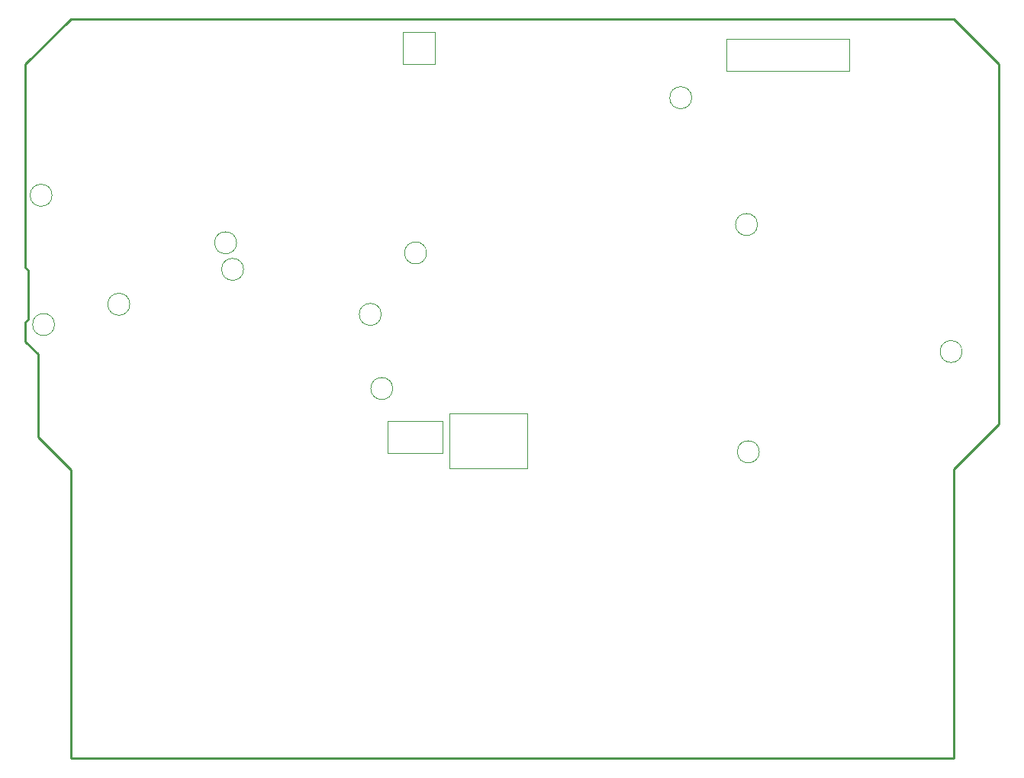
<source format=gbr>
%TF.GenerationSoftware,KiCad,Pcbnew,9.0.7*%
%TF.CreationDate,2026-02-04T15:51:41+00:00*%
%TF.ProjectId,FED3 tester 1st production aux,46454433-2074-4657-9374-657220317374,rev?*%
%TF.SameCoordinates,PX6146580PY6dc4960*%
%TF.FileFunction,Other,User*%
%FSLAX46Y46*%
G04 Gerber Fmt 4.6, Leading zero omitted, Abs format (unit mm)*
G04 Created by KiCad (PCBNEW 9.0.7) date 2026-02-04 15:51:41*
%MOMM*%
%LPD*%
G01*
G04 APERTURE LIST*
%ADD10C,0.050000*%
%TA.AperFunction,Profile*%
%ADD11C,0.250000*%
%TD*%
G04 APERTURE END LIST*
D10*
%TO.C,TP6*%
X35746756Y41053600D02*
G75*
G02*
X33305444Y41053600I-1220656J0D01*
G01*
X33305444Y41053600D02*
G75*
G02*
X35746756Y41053600I1220656J0D01*
G01*
%TO.C,TP3*%
X18421756Y57228600D02*
G75*
G02*
X15980444Y57228600I-1220656J0D01*
G01*
X15980444Y57228600D02*
G75*
G02*
X18421756Y57228600I1220656J0D01*
G01*
%TO.C,TP11*%
X19196756Y54278600D02*
G75*
G02*
X16755444Y54278600I-1220656J0D01*
G01*
X16755444Y54278600D02*
G75*
G02*
X19196756Y54278600I1220656J0D01*
G01*
%TO.C,TP12*%
X34471756Y49278600D02*
G75*
G02*
X32030444Y49278600I-1220656J0D01*
G01*
X32030444Y49278600D02*
G75*
G02*
X34471756Y49278600I1220656J0D01*
G01*
%TO.C,TP7*%
X98921756Y45153600D02*
G75*
G02*
X96480444Y45153600I-1220656J0D01*
G01*
X96480444Y45153600D02*
G75*
G02*
X98921756Y45153600I1220656J0D01*
G01*
%TO.C,TP10*%
X-2053244Y62503600D02*
G75*
G02*
X-4494556Y62503600I-1220656J0D01*
G01*
X-4494556Y62503600D02*
G75*
G02*
X-2053244Y62503600I1220656J0D01*
G01*
%TO.C,TP8*%
X76221756Y59253600D02*
G75*
G02*
X73780444Y59253600I-1220656J0D01*
G01*
X73780444Y59253600D02*
G75*
G02*
X76221756Y59253600I1220656J0D01*
G01*
%TO.C,J7*%
X35151100Y37403600D02*
X41251100Y37403600D01*
X35151100Y33853600D02*
X35151100Y37403600D01*
X41251100Y37403600D02*
X41251100Y33853600D01*
X41251100Y33853600D02*
X35151100Y33853600D01*
%TO.C,TP9*%
X-1778244Y48153600D02*
G75*
G02*
X-4219556Y48153600I-1220656J0D01*
G01*
X-4219556Y48153600D02*
G75*
G02*
X-1778244Y48153600I1220656J0D01*
G01*
%TO.C,TP4*%
X6571756Y50403600D02*
G75*
G02*
X4130444Y50403600I-1220656J0D01*
G01*
X4130444Y50403600D02*
G75*
G02*
X6571756Y50403600I1220656J0D01*
G01*
%TO.C,TP2*%
X76421756Y34028600D02*
G75*
G02*
X73980444Y34028600I-1220656J0D01*
G01*
X73980444Y34028600D02*
G75*
G02*
X76421756Y34028600I1220656J0D01*
G01*
%TO.C,J2*%
X50689050Y32173857D02*
X50689050Y38263857D01*
X50689050Y38263857D02*
X42069050Y38263857D01*
X42069050Y32173857D02*
X50689050Y32173857D01*
X42069050Y38263857D02*
X42069050Y32173857D01*
%TO.C,TP1*%
X36881100Y80620000D02*
X36881100Y77080000D01*
X36881100Y77080000D02*
X40421100Y77080000D01*
X40421100Y80620000D02*
X36881100Y80620000D01*
X40421100Y77080000D02*
X40421100Y80620000D01*
%TO.C,TP5*%
X68921756Y73328600D02*
G75*
G02*
X66480444Y73328600I-1220656J0D01*
G01*
X66480444Y73328600D02*
G75*
G02*
X68921756Y73328600I1220656J0D01*
G01*
%TO.C,TP13*%
X39496756Y56103600D02*
G75*
G02*
X37055444Y56103600I-1220656J0D01*
G01*
X37055444Y56103600D02*
G75*
G02*
X39496756Y56103600I1220656J0D01*
G01*
%TO.C,J4*%
X72740000Y79875000D02*
X86440000Y79875000D01*
X72740000Y76325000D02*
X72740000Y79875000D01*
X86440000Y79875000D02*
X86440000Y76325000D01*
X86440000Y76325000D02*
X72740000Y76325000D01*
%TD*%
D11*
X-3600000Y35650000D02*
X-3600000Y44850000D01*
X98000000Y82050000D02*
X103000000Y77050000D01*
X-4720000Y54170000D02*
X-5000000Y54450000D01*
X-5000000Y77050000D02*
X0Y82050000D01*
X-4720000Y48730000D02*
X-4720000Y54170000D01*
X-5000000Y54450000D02*
X-5000000Y77050000D01*
X36000000Y82050000D02*
X62000000Y82050000D01*
X-5000000Y48450000D02*
X-4720000Y48730000D01*
X98000000Y32100000D02*
X98000000Y0D01*
X103000000Y37100000D02*
X98000000Y32100000D01*
X0Y32050000D02*
X-3600000Y35650000D01*
X0Y82050000D02*
X36000000Y82050000D01*
X-5000000Y46250000D02*
X-5000000Y48450000D01*
X103000000Y77050000D02*
X103000000Y37100000D01*
X98000000Y0D02*
X0Y0D01*
X0Y32050000D02*
X0Y0D01*
X-3600000Y44850000D02*
X-5000000Y46250000D01*
X62000000Y82050000D02*
X98000000Y82050000D01*
M02*

</source>
